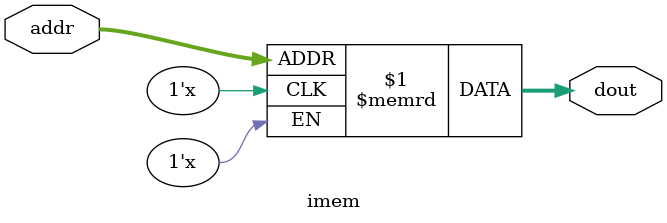
<source format=sv>
/* ********************************************
 *	COSE222 Lab #2
 *
 *	Module: instruction memory (imem.sv)
 *	- 1 address input port
 *	- 32-bit 1 data output port
 *	- A single entry size is 32 bit, which is equivalent to the RISC-V instruction size
 *
 *	Author: Gunjae Koo (gunjaekoo@korea.ac.kr)
 *
 * ********************************************
 */

`timescale 1ns/1ps

module imem
#(  parameter IMEM_DEPTH = 1024,    // imem depth (default: 1024 entries = 4 KB)
              IMEM_ADDR_WIDTH = 10 )
(
    input   [IMEM_ADDR_WIDTH-1:0]   addr, // pc를 주소로 받아서,
    output  [31:0]  dout // 32bit instruction을 반환한다.
);

    logic   [31:0]  data[0:IMEM_DEPTH-1]; // instruction을 저장하기 위한 레지스터이다.

    assign dout = data[addr]; // 레지스터에서 주소에 맞는 instruction 값을 반환한다.

// synthesis translate_off
    initial begin
        for (int i = 0; i < IMEM_DEPTH; i++)
            data[i] = 'b0; // 0으로 모두 초기화
        $readmemb("imem.mem", data); // imem.mem 데이터 파일에서 가져옴
    end
// synthesis translate_on

endmodule

</source>
